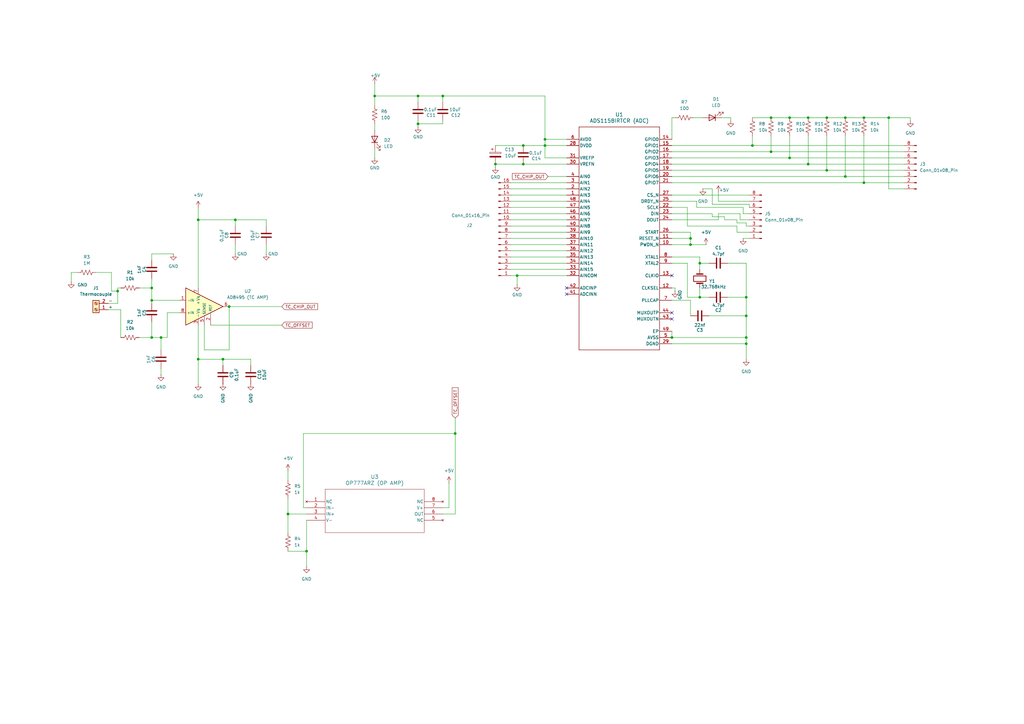
<source format=kicad_sch>
(kicad_sch (version 20250114) (generator "eeschema") (generator_version "9.0")
  (paper "A3")
  (lib_symbols
    (symbol "ADS1158:ADS1158IRTCR" (pin_names (offset 0.254))
      (property "Reference" "U" (at 0 2.54 0))
      (property "Value" "ADS1158IRTCR" (at 0 0 0))
      (symbol "ADS1158IRTCR_0_1"
        (polyline (pts (xy 5.08 5.08) (xy 5.08 -86.36)) (stroke (width 0.2032)))
        (polyline (pts (xy 5.08 -86.36) (xy 38.1 -86.36)) (stroke (width 0.2032)))
        (polyline (pts (xy 38.1 5.08) (xy 5.08 5.08)) (stroke (width 0.2032)))
        (polyline (pts (xy 38.1 -86.36) (xy 38.1 5.08)) (stroke (width 0.2032)))
        (pin power_in line (at 0 0 0) (length 5.08) (name "AVDD") (number "6"))
        (pin power_in line (at 0 -2.54 0) (length 5.08) (name "DVDD") (number "28"))
        (pin unspecified line (at 0 -7.62 0) (length 5.08) (name "VREFP") (number "31"))
        (pin unspecified line (at 0 -10.16 0) (length 5.08) (name "VREFN") (number "30"))
        (pin unspecified line (at 0 -15.24 0) (length 5.08) (name "AIN0") (number "4"))
        (pin unspecified line (at 0 -17.78 0) (length 5.08) (name "AIN1") (number "3"))
        (pin unspecified line (at 0 -20.32 0) (length 5.08) (name "AIN2") (number "2"))
        (pin unspecified line (at 0 -22.86 0) (length 5.08) (name "AIN3") (number "1"))
        (pin unspecified line (at 0 -25.4 0) (length 5.08) (name "AIN4") (number "48"))
        (pin unspecified line (at 0 -27.94 0) (length 5.08) (name "AIN5") (number "47"))
        (pin unspecified line (at 0 -30.48 0) (length 5.08) (name "AIN6") (number "46"))
        (pin unspecified line (at 0 -33.02 0) (length 5.08) (name "AIN7") (number "45"))
        (pin unspecified line (at 0 -35.56 0) (length 5.08) (name "AIN8") (number "40"))
        (pin unspecified line (at 0 -38.1 0) (length 5.08) (name "AIN9") (number "39"))
        (pin unspecified line (at 0 -40.64 0) (length 5.08) (name "AIN10") (number "38"))
        (pin unspecified line (at 0 -43.18 0) (length 5.08) (name "AIN11") (number "37"))
        (pin unspecified line (at 0 -45.72 0) (length 5.08) (name "AIN12") (number "36"))
        (pin unspecified line (at 0 -48.26 0) (length 5.08) (name "AIN13") (number "35"))
        (pin unspecified line (at 0 -50.8 0) (length 5.08) (name "AIN14") (number "34"))
        (pin unspecified line (at 0 -53.34 0) (length 5.08) (name "AIN15") (number "33"))
        (pin unspecified line (at 0 -55.88 0) (length 5.08) (name "AINCOM") (number "32"))
        (pin unspecified line (at 0 -60.96 0) (length 5.08) (name "ADCINP") (number "42"))
        (pin unspecified line (at 0 -63.5 0) (length 5.08) (name "ADCINN") (number "41"))
        (pin bidirectional line (at 43.18 0 180) (length 5.08) (name "GPIO0") (number "14"))
        (pin bidirectional line (at 43.18 -2.54 180) (length 5.08) (name "GPIO1") (number "15"))
        (pin bidirectional line (at 43.18 -5.08 180) (length 5.08) (name "GPIO2") (number "16"))
        (pin bidirectional line (at 43.18 -7.62 180) (length 5.08) (name "GPIO3") (number "17"))
        (pin bidirectional line (at 43.18 -10.16 180) (length 5.08) (name "GPIO4") (number "18"))
        (pin bidirectional line (at 43.18 -12.7 180) (length 5.08) (name "GPIO5") (number "19"))
        (pin bidirectional line (at 43.18 -15.24 180) (length 5.08) (name "GPIO6") (number "20"))
        (pin bidirectional line (at 43.18 -17.78 180) (length 5.08) (name "GPIO7") (number "21"))
        (pin input line (at 43.18 -22.86 180) (length 5.08) (name "CS_N") (number "27"))
        (pin output line (at 43.18 -25.4 180) (length 5.08) (name "DRDY_N") (number "25"))
        (pin input line (at 43.18 -27.94 180) (length 5.08) (name "SCLK") (number "22"))
        (pin input line (at 43.18 -30.48 180) (length 5.08) (name "DIN") (number "23"))
        (pin output line (at 43.18 -33.02 180) (length 5.08) (name "DOUT") (number "24"))
        (pin input line (at 43.18 -38.1 180) (length 5.08) (name "START") (number "26"))
        (pin input line (at 43.18 -40.64 180) (length 5.08) (name "RESET_N") (number "11"))
        (pin input line (at 43.18 -43.18 180) (length 5.08) (name "PWDN_N") (number "10"))
        (pin unspecified line (at 43.18 -48.26 180) (length 5.08) (name "XTAL1") (number "8"))
        (pin unspecified line (at 43.18 -50.8 180) (length 5.08) (name "XTAL2") (number "9"))
        (pin bidirectional line (at 43.18 -55.88 180) (length 5.08) (name "CLKIO") (number "13"))
        (pin input line (at 43.18 -60.96 180) (length 5.08) (name "CLKSEL") (number "12"))
        (pin unspecified line (at 43.18 -66.04 180) (length 5.08) (name "PLLCAP") (number "7"))
        (pin unspecified line (at 43.18 -71.12 180) (length 5.08) (name "MUXOUTP") (number "44"))
        (pin unspecified line (at 43.18 -73.66 180) (length 5.08) (name "MUXOUTN") (number "43"))
        (pin unspecified line (at 43.18 -78.74 180) (length 5.08) (name "EP") (number "49"))
        (pin power_in line (at 43.18 -81.28 180) (length 5.08) (name "AVSS") (number "5"))
        (pin power_in line (at 43.18 -83.82 180) (length 5.08) (name "DGND") (number "29"))
      )
    )
    (symbol "Connector:Conn_01x08_Pin" (pin_names (offset 1.016) (hide yes))
      (property "Reference" "J" (at 0 10.16 0))
      (property "Value" "Conn_01x08_Pin" (at 0 -12.7 0))
      (symbol "Conn_01x08_Pin_1_1"
        (rectangle (start 0.8636 7.747) (end 0 7.493) (stroke (width 0.1524)) (fill (type outline)))
        (rectangle (start 0.8636 5.207) (end 0 4.953) (stroke (width 0.1524)) (fill (type outline)))
        (rectangle (start 0.8636 2.667) (end 0 2.413) (stroke (width 0.1524)) (fill (type outline)))
        (rectangle (start 0.8636 0.127) (end 0 -0.127) (stroke (width 0.1524)) (fill (type outline)))
        (rectangle (start 0.8636 -2.413) (end 0 -2.667) (stroke (width 0.1524)) (fill (type outline)))
        (rectangle (start 0.8636 -4.953) (end 0 -5.207) (stroke (width 0.1524)) (fill (type outline)))
        (rectangle (start 0.8636 -7.493) (end 0 -7.747) (stroke (width 0.1524)) (fill (type outline)))
        (rectangle (start 0.8636 -10.033) (end 0 -10.287) (stroke (width 0.1524)) (fill (type outline)))
        (polyline (pts (xy 1.27 7.62) (xy 0.8636 7.62)) (stroke (width 0.1524)))
        (polyline (pts (xy 1.27 5.08) (xy 0.8636 5.08)) (stroke (width 0.1524)))
        (polyline (pts (xy 1.27 2.54) (xy 0.8636 2.54)) (stroke (width 0.1524)))
        (polyline (pts (xy 1.27 0) (xy 0.8636 0)) (stroke (width 0.1524)))
        (polyline (pts (xy 1.27 -2.54) (xy 0.8636 -2.54)) (stroke (width 0.1524)))
        (polyline (pts (xy 1.27 -5.08) (xy 0.8636 -5.08)) (stroke (width 0.1524)))
        (polyline (pts (xy 1.27 -7.62) (xy 0.8636 -7.62)) (stroke (width 0.1524)))
        (polyline (pts (xy 1.27 -10.16) (xy 0.8636 -10.16)) (stroke (width 0.1524)))
        (pin passive line (at 5.08 7.62 180) (length 3.81) (name "Pin_1") (number "1"))
        (pin passive line (at 5.08 5.08 180) (length 3.81) (name "Pin_2") (number "2"))
        (pin passive line (at 5.08 2.54 180) (length 3.81) (name "Pin_3") (number "3"))
        (pin passive line (at 5.08 0 180) (length 3.81) (name "Pin_4") (number "4"))
        (pin passive line (at 5.08 -2.54 180) (length 3.81) (name "Pin_5") (number "5"))
        (pin passive line (at 5.08 -5.08 180) (length 3.81) (name "Pin_6") (number "6"))
        (pin passive line (at 5.08 -7.62 180) (length 3.81) (name "Pin_7") (number "7"))
        (pin passive line (at 5.08 -10.16 180) (length 3.81) (name "Pin_8") (number "8"))
      )
    )
    (symbol "Connector:Conn_01x16_Pin" (pin_names (offset 1.016) (hide yes))
      (property "Reference" "J" (at 0 20.32 0))
      (property "Value" "Conn_01x16_Pin" (at 0 -22.86 0))
      (symbol "Conn_01x16_Pin_1_1"
        (rectangle (start 0.8636 17.907) (end 0 17.653) (stroke (width 0.1524)) (fill (type outline)))
        (rectangle (start 0.8636 15.367) (end 0 15.113) (stroke (width 0.1524)) (fill (type outline)))
        (rectangle (start 0.8636 12.827) (end 0 12.573) (stroke (width 0.1524)) (fill (type outline)))
        (rectangle (start 0.8636 10.287) (end 0 10.033) (stroke (width 0.1524)) (fill (type outline)))
        (rectangle (start 0.8636 7.747) (end 0 7.493) (stroke (width 0.1524)) (fill (type outline)))
        (rectangle (start 0.8636 5.207) (end 0 4.953) (stroke (width 0.1524)) (fill (type outline)))
        (rectangle (start 0.8636 2.667) (end 0 2.413) (stroke (width 0.1524)) (fill (type outline)))
        (rectangle (start 0.8636 0.127) (end 0 -0.127) (stroke (width 0.1524)) (fill (type outline)))
        (rectangle (start 0.8636 -2.413) (end 0 -2.667) (stroke (width 0.1524)) (fill (type outline)))
        (rectangle (start 0.8636 -4.953) (end 0 -5.207) (stroke (width 0.1524)) (fill (type outline)))
        (rectangle (start 0.8636 -7.493) (end 0 -7.747) (stroke (width 0.1524)) (fill (type outline)))
        (rectangle (start 0.8636 -10.033) (end 0 -10.287) (stroke (width 0.1524)) (fill (type outline)))
        (rectangle (start 0.8636 -12.573) (end 0 -12.827) (stroke (width 0.1524)) (fill (type outline)))
        (rectangle (start 0.8636 -15.113) (end 0 -15.367) (stroke (width 0.1524)) (fill (type outline)))
        (rectangle (start 0.8636 -17.653) (end 0 -17.907) (stroke (width 0.1524)) (fill (type outline)))
        (rectangle (start 0.8636 -20.193) (end 0 -20.447) (stroke (width 0.1524)) (fill (type outline)))
        (polyline (pts (xy 1.27 17.78) (xy 0.8636 17.78)) (stroke (width 0.1524)))
        (polyline (pts (xy 1.27 15.24) (xy 0.8636 15.24)) (stroke (width 0.1524)))
        (polyline (pts (xy 1.27 12.7) (xy 0.8636 12.7)) (stroke (width 0.1524)))
        (polyline (pts (xy 1.27 10.16) (xy 0.8636 10.16)) (stroke (width 0.1524)))
        (polyline (pts (xy 1.27 7.62) (xy 0.8636 7.62)) (stroke (width 0.1524)))
        (polyline (pts (xy 1.27 5.08) (xy 0.8636 5.08)) (stroke (width 0.1524)))
        (polyline (pts (xy 1.27 2.54) (xy 0.8636 2.54)) (stroke (width 0.1524)))
        (polyline (pts (xy 1.27 0) (xy 0.8636 0)) (stroke (width 0.1524)))
        (polyline (pts (xy 1.27 -2.54) (xy 0.8636 -2.54)) (stroke (width 0.1524)))
        (polyline (pts (xy 1.27 -5.08) (xy 0.8636 -5.08)) (stroke (width 0.1524)))
        (polyline (pts (xy 1.27 -7.62) (xy 0.8636 -7.62)) (stroke (width 0.1524)))
        (polyline (pts (xy 1.27 -10.16) (xy 0.8636 -10.16)) (stroke (width 0.1524)))
        (polyline (pts (xy 1.27 -12.7) (xy 0.8636 -12.7)) (stroke (width 0.1524)))
        (polyline (pts (xy 1.27 -15.24) (xy 0.8636 -15.24)) (stroke (width 0.1524)))
        (polyline (pts (xy 1.27 -17.78) (xy 0.8636 -17.78)) (stroke (width 0.1524)))
        (polyline (pts (xy 1.27 -20.32) (xy 0.8636 -20.32)) (stroke (width 0.1524)))
        (pin passive line (at 5.08 17.78 180) (length 3.81) (name "Pin_1") (number "1"))
        (pin passive line (at 5.08 15.24 180) (length 3.81) (name "Pin_2") (number "2"))
        (pin passive line (at 5.08 12.7 180) (length 3.81) (name "Pin_3") (number "3"))
        (pin passive line (at 5.08 10.16 180) (length 3.81) (name "Pin_4") (number "4"))
        (pin passive line (at 5.08 7.62 180) (length 3.81) (name "Pin_5") (number "5"))
        (pin passive line (at 5.08 5.08 180) (length 3.81) (name "Pin_6") (number "6"))
        (pin passive line (at 5.08 2.54 180) (length 3.81) (name "Pin_7") (number "7"))
        (pin passive line (at 5.08 0 180) (length 3.81) (name "Pin_8") (number "8"))
        (pin passive line (at 5.08 -2.54 180) (length 3.81) (name "Pin_9") (number "9"))
        (pin passive line (at 5.08 -5.08 180) (length 3.81) (name "Pin_10") (number "10"))
        (pin passive line (at 5.08 -7.62 180) (length 3.81) (name "Pin_11") (number "11"))
        (pin passive line (at 5.08 -10.16 180) (length 3.81) (name "Pin_12") (number "12"))
        (pin passive line (at 5.08 -12.7 180) (length 3.81) (name "Pin_13") (number "13"))
        (pin passive line (at 5.08 -15.24 180) (length 3.81) (name "Pin_14") (number "14"))
        (pin passive line (at 5.08 -17.78 180) (length 3.81) (name "Pin_15") (number "15"))
        (pin passive line (at 5.08 -20.32 180) (length 3.81) (name "Pin_16") (number "16"))
      )
    )
    (symbol "Connector:Screw_Terminal_01x02" (pin_names (offset 1.016) (hide yes))
      (property "Reference" "J" (at 0 2.54 0))
      (property "Value" "Screw_Terminal_01x02" (at 0 -5.08 0))
      (symbol "Screw_Terminal_01x02_1_1"
        (rectangle (start -1.27 1.27) (end 1.27 -3.81) (stroke (width 0.254)) (fill (type background)))
        (polyline (pts (xy -0.5334 0.3302) (xy 0.3302 -0.508)) (stroke (width 0.1524)))
        (polyline (pts (xy -0.5334 -2.2098) (xy 0.3302 -3.048)) (stroke (width 0.1524)))
        (polyline (pts (xy -0.3556 0.508) (xy 0.508 -0.3302)) (stroke (width 0.1524)))
        (polyline (pts (xy -0.3556 -2.032) (xy 0.508 -2.8702)) (stroke (width 0.1524)))
        (circle (center 0 0) (radius 0.635) (stroke (width 0.1524)))
        (circle (center 0 -2.54) (radius 0.635) (stroke (width 0.1524)))
        (pin passive line (at -5.08 0 0) (length 3.81) (name "Pin_1") (number "1"))
        (pin passive line (at -5.08 -2.54 0) (length 3.81) (name "Pin_2") (number "2"))
      )
    )
    (symbol "Device:C" (pin_numbers (hide yes)) (pin_names (offset 0.254))
      (property "Reference" "C" (at 0.635 2.54 0))
      (property "Value" "C" (at 0.635 -2.54 0))
      (symbol "C_0_1"
        (polyline (pts (xy -2.032 0.762) (xy 2.032 0.762)) (stroke (width 0.508)))
        (polyline (pts (xy -2.032 -0.762) (xy 2.032 -0.762)) (stroke (width 0.508)))
      )
      (symbol "C_1_1"
        (pin passive line (at 0 3.81 270) (length 2.794) (name "~") (number "1"))
        (pin passive line (at 0 -3.81 90) (length 2.794) (name "~") (number "2"))
      )
    )
    (symbol "Device:C_Polarized" (pin_numbers (hide yes)) (pin_names (offset 0.254))
      (property "Reference" "C" (at 0.635 2.54 0))
      (property "Value" "C_Polarized" (at 0.635 -2.54 0))
      (symbol "C_Polarized_0_1"
        (rectangle (start -2.286 0.508) (end 2.286 1.016))
        (polyline (pts (xy -1.778 2.286) (xy -0.762 2.286)))
        (polyline (pts (xy -1.27 2.794) (xy -1.27 1.778)))
        (rectangle (start 2.286 -0.508) (end -2.286 -1.016) (fill (type outline)))
      )
      (symbol "C_Polarized_1_1"
        (pin passive line (at 0 3.81 270) (length 2.794) (name "~") (number "1"))
        (pin passive line (at 0 -3.81 90) (length 2.794) (name "~") (number "2"))
      )
    )
    (symbol "Device:Crystal" (pin_numbers (hide yes)) (pin_names (offset 1.016) (hide yes))
      (property "Reference" "Y" (at 0 3.81 0))
      (property "Value" "Crystal" (at 0 -3.81 0))
      (symbol "Crystal_0_1"
        (polyline (pts (xy -2.54 0) (xy -1.905 0)))
        (polyline (pts (xy -1.905 -1.27) (xy -1.905 1.27)) (stroke (width 0.508)))
        (rectangle (start -1.143 2.54) (end 1.143 -2.54) (stroke (width 0.3048)))
        (polyline (pts (xy 1.905 -1.27) (xy 1.905 1.27)) (stroke (width 0.508)))
        (polyline (pts (xy 2.54 0) (xy 1.905 0)))
      )
      (symbol "Crystal_1_1"
        (pin passive line (at -3.81 0 0) (length 1.27) (name "1") (number "1"))
        (pin passive line (at 3.81 0 180) (length 1.27) (name "2") (number "2"))
      )
    )
    (symbol "Device:LED" (pin_numbers (hide yes)) (pin_names (offset 1.016) (hide yes))
      (property "Reference" "D" (at 0 2.54 0))
      (property "Value" "LED" (at 0 -2.54 0))
      (symbol "LED_0_1"
        (polyline (pts (xy -3.048 -0.762) (xy -4.572 -2.286) (xy -3.81 -2.286) (xy -4.572 -2.286) (xy -4.572 -1.524)))
        (polyline (pts (xy -1.778 -0.762) (xy -3.302 -2.286) (xy -2.54 -2.286) (xy -3.302 -2.286) (xy -3.302 -1.524)))
        (polyline (pts (xy -1.27 0) (xy 1.27 0)))
        (polyline (pts (xy -1.27 -1.27) (xy -1.27 1.27)) (stroke (width 0.254)))
        (polyline (pts (xy 1.27 -1.27) (xy 1.27 1.27) (xy -1.27 0) (xy 1.27 -1.27)) (stroke (width 0.254)))
      )
      (symbol "LED_1_1"
        (pin passive line (at -3.81 0 0) (length 2.54) (name "K") (number "1"))
        (pin passive line (at 3.81 0 180) (length 2.54) (name "A") (number "2"))
      )
    )
    (symbol "Device:R_US" (pin_numbers (hide yes)) (pin_names (offset 0))
      (property "Reference" "R" (at 2.54 0 90))
      (property "Value" "R_US" (at -2.54 0 90))
      (symbol "R_US_0_1"
        (polyline (pts (xy 0 2.286) (xy 0 2.54)))
        (polyline (pts (xy 0 2.286) (xy 1.016 1.905) (xy 0 1.524) (xy -1.016 1.143) (xy 0 0.762)))
        (polyline (pts (xy 0 0.762) (xy 1.016 0.381) (xy 0 0) (xy -1.016 -0.381) (xy 0 -0.762)))
        (polyline (pts (xy 0 -0.762) (xy 1.016 -1.143) (xy 0 -1.524) (xy -1.016 -1.905) (xy 0 -2.286)))
        (polyline (pts (xy 0 -2.286) (xy 0 -2.54)))
      )
      (symbol "R_US_1_1"
        (pin passive line (at 0 3.81 270) (length 1.27) (name "~") (number "1"))
        (pin passive line (at 0 -3.81 90) (length 1.27) (name "~") (number "2"))
      )
    )
    (symbol "OP777:OP777ARZ" (pin_names (offset 0.254))
      (property "Reference" "U" (at 27.94 10.16 0))
      (property "Value" "OP777ARZ" (at 27.94 7.62 0))
      (symbol "OP777ARZ_0_1"
        (polyline (pts (xy 7.62 5.08) (xy 7.62 -12.7)) (stroke (width 0.127)))
        (polyline (pts (xy 7.62 -12.7) (xy 48.26 -12.7)) (stroke (width 0.127)))
        (polyline (pts (xy 48.26 5.08) (xy 7.62 5.08)) (stroke (width 0.127)))
        (polyline (pts (xy 48.26 -12.7) (xy 48.26 5.08)) (stroke (width 0.127)))
        (pin no_connect line (at 0 0 0) (length 7.62) (name "NC") (number "1"))
        (pin input line (at 0 -2.54 0) (length 7.62) (name "IN-") (number "2"))
        (pin input line (at 0 -5.08 0) (length 7.62) (name "IN+") (number "3"))
        (pin power_in line (at 0 -7.62 0) (length 7.62) (name "V-") (number "4"))
        (pin no_connect line (at 55.88 0 180) (length 7.62) (name "NC") (number "8"))
        (pin power_in line (at 55.88 -2.54 180) (length 7.62) (name "V+") (number "7"))
        (pin output line (at 55.88 -5.08 180) (length 7.62) (name "OUT") (number "6"))
        (pin no_connect line (at 55.88 -7.62 180) (length 7.62) (name "NC") (number "5"))
      )
    )
    (symbol "Sensor_Temperature:AD8495"
      (property "Reference" "U" (at 5.08 3.81 0))
      (property "Value" "AD8495" (at 8.89 -3.81 0))
      (symbol "AD8495_0_1"
        (polyline (pts (xy -7.62 7.62) (xy 7.62 0) (xy -7.62 -7.62) (xy -7.62 7.62)) (stroke (width 0.254)) (fill (type background)))
      )
      (symbol "AD8495_1_1"
        (pin input line (at -10.16 2.54 0) (length 2.54) (name "-IN") (number "1"))
        (pin input line (at -10.16 -2.54 0) (length 2.54) (name "+IN") (number "8"))
        (pin no_connect line (at -5.08 0 180) (length 2.54) (hide yes) (name "NC") (number "4"))
        (pin power_in line (at -2.54 7.62 270) (length 2.54) (name "+Vs") (number "7"))
        (pin power_in line (at -2.54 -7.62 90) (length 2.54) (name "-Vs") (number "3"))
        (pin passive line (at 0 -7.62 90) (length 3.81) (name "SENSE") (number "5"))
        (pin input line (at 2.54 -7.62 90) (length 5.08) (name "REF") (number "2"))
        (pin output line (at 10.16 0 180) (length 2.54) (name "~") (number "6"))
      )
    )
    (symbol "power:+5V" (power) (pin_numbers (hide yes)) (pin_names (offset 0) (hide yes))
      (property "Value" "+5V" (at 0 3.556 0))
      (symbol "+5V_0_1"
        (polyline (pts (xy -0.762 1.27) (xy 0 2.54)))
        (polyline (pts (xy 0 2.54) (xy 0.762 1.27)))
        (polyline (pts (xy 0 0) (xy 0 2.54)))
      )
      (symbol "+5V_1_1"
        (pin power_in line (at 0 0 90) (length 0) (name "~") (number "1"))
      )
    )
    (symbol "power:GND" (power) (pin_numbers (hide yes)) (pin_names (offset 0) (hide yes))
      (property "Value" "GND" (at 0 -3.81 0))
      (symbol "GND_0_1"
        (polyline (pts (xy 0 0) (xy 0 -1.27) (xy 1.27 -1.27) (xy 0 -2.54) (xy -1.27 -1.27) (xy 0 -1.27)))
      )
      (symbol "GND_1_1"
        (pin power_in line (at 0 0 270) (length 0) (name "~") (number "1"))
      )
    )
  )
  (junction (at 283.21 100.33))
  (junction (at 331.47 67.31))
  (junction (at 275.59 138.43))
  (junction (at 308.61 59.69))
  (junction (at 62.23 118.11))
  (junction (at 214.63 59.69))
  (junction (at 181.61 39.37))
  (junction (at 93.98 125.73))
  (junction (at 331.47 48.26))
  (junction (at 66.04 138.43))
  (junction (at 306.07 121.92))
  (junction (at 214.63 67.31))
  (junction (at 316.23 48.26))
  (junction (at 339.09 69.85))
  (junction (at 364.49 48.26))
  (junction (at 48.26 119.38))
  (junction (at 223.52 57.15))
  (junction (at 316.23 62.23))
  (junction (at 354.33 48.26))
  (junction (at 346.71 48.26))
  (junction (at 223.52 59.69))
  (junction (at 283.21 97.79))
  (junction (at 186.69 177.8))
  (junction (at 62.23 138.43))
  (junction (at 287.02 107.95))
  (junction (at 346.71 72.39))
  (junction (at 339.09 48.26))
  (junction (at 81.28 90.17))
  (junction (at 153.67 39.37))
  (junction (at 81.28 147.32))
  (junction (at 323.85 48.26))
  (junction (at 203.2 67.31))
  (junction (at 306.07 129.54))
  (junction (at 212.09 113.03))
  (junction (at 91.44 147.32))
  (junction (at 306.07 140.97))
  (junction (at 323.85 64.77))
  (junction (at 62.23 123.19))
  (junction (at 171.45 39.37))
  (junction (at 171.45 50.8))
  (junction (at 354.33 74.93))
  (junction (at 96.52 90.17))
  (junction (at 306.07 138.43))
  (junction (at 118.11 210.82))
  (junction (at 287.02 121.92))
  (junction (at 125.73 226.06))
  (no_connect (at 232.41 120.65))
  (no_connect (at 275.59 113.03))
  (no_connect (at 275.59 128.27))
  (no_connect (at 232.41 118.11))
  (no_connect (at 275.59 130.81))
  (wire (pts (xy 186.69 171.45) (xy 186.69 177.8)))
  (wire (pts (xy 294.64 87.63) (xy 303.53 87.63)))
  (wire (pts (xy 275.59 80.01) (xy 307.34 80.01)))
  (wire (pts (xy 209.55 90.17) (xy 232.41 90.17)))
  (wire (pts (xy 281.94 121.92) (xy 281.94 107.95)))
  (wire (pts (xy 283.21 123.19) (xy 283.21 129.54)))
  (wire (pts (xy 275.59 59.69) (xy 308.61 59.69)))
  (wire (pts (xy 212.09 113.03) (xy 212.09 116.84)))
  (wire (pts (xy 306.07 129.54) (xy 306.07 138.43)))
  (wire (pts (xy 209.55 105.41) (xy 232.41 105.41)))
  (wire (pts (xy 287.02 110.49) (xy 287.02 107.95)))
  (wire (pts (xy 275.59 74.93) (xy 354.33 74.93)))
  (wire (pts (xy 45.72 119.38) (xy 45.72 111.76)))
  (wire (pts (xy 373.38 48.26) (xy 373.38 49.53)))
  (wire (pts (xy 287.02 107.95) (xy 287.02 105.41)))
  (wire (pts (xy 181.61 49.53) (xy 181.61 50.8)))
  (wire (pts (xy 323.85 64.77) (xy 370.84 64.77)))
  (wire (pts (xy 331.47 48.26) (xy 339.09 48.26)))
  (wire (pts (xy 102.87 147.32) (xy 102.87 149.86)))
  (wire (pts (xy 294.64 82.55) (xy 307.34 82.55)))
  (wire (pts (xy 81.28 90.17) (xy 96.52 90.17)))
  (wire (pts (xy 306.07 91.44) (xy 306.07 92.71)))
  (wire (pts (xy 81.28 147.32) (xy 81.28 157.48)))
  (wire (pts (xy 306.07 92.71) (xy 307.34 92.71)))
  (wire (pts (xy 275.59 138.43) (xy 306.07 138.43)))
  (wire (pts (xy 292.1 88.9) (xy 292.1 87.63)))
  (wire (pts (xy 223.52 59.69) (xy 223.52 57.15)))
  (wire (pts (xy 302.26 90.17) (xy 297.18 90.17)))
  (wire (pts (xy 292.1 87.63) (xy 275.59 87.63)))
  (wire (pts (xy 209.55 102.87) (xy 232.41 102.87)))
  (wire (pts (xy 186.69 177.8) (xy 186.69 210.82)))
  (wire (pts (xy 48.26 124.46) (xy 44.45 124.46)))
  (wire (pts (xy 118.11 218.44) (xy 118.11 210.82)))
  (wire (pts (xy 48.26 119.38) (xy 45.72 119.38)))
  (wire (pts (xy 209.55 97.79) (xy 232.41 97.79)))
  (wire (pts (xy 306.07 147.32) (xy 306.07 140.97)))
  (wire (pts (xy 153.67 53.34) (xy 153.67 50.8)))
  (wire (pts (xy 303.53 90.17) (xy 307.34 90.17)))
  (wire (pts (xy 302.26 90.17) (xy 302.26 91.44)))
  (wire (pts (xy 203.2 67.31) (xy 214.63 67.31)))
  (wire (pts (xy 306.07 121.92) (xy 306.07 129.54)))
  (wire (pts (xy 281.94 92.71) (xy 302.26 92.71)))
  (wire (pts (xy 275.59 90.17) (xy 294.64 90.17)))
  (wire (pts (xy 275.59 95.25) (xy 283.21 95.25)))
  (wire (pts (xy 303.53 87.63) (xy 303.53 90.17)))
  (wire (pts (xy 308.61 55.88) (xy 308.61 59.69)))
  (wire (pts (xy 287.02 121.92) (xy 281.94 121.92)))
  (wire (pts (xy 287.02 107.95) (xy 290.83 107.95)))
  (wire (pts (xy 297.18 88.9) (xy 292.1 88.9)))
  (wire (pts (xy 306.07 140.97) (xy 275.59 140.97)))
  (wire (pts (xy 81.28 133.35) (xy 81.28 147.32)))
  (wire (pts (xy 62.23 132.08) (xy 62.23 138.43)))
  (wire (pts (xy 223.52 39.37) (xy 223.52 57.15)))
  (wire (pts (xy 125.73 232.41) (xy 125.73 226.06)))
  (wire (pts (xy 29.21 115.57) (xy 29.21 111.76)))
  (wire (pts (xy 275.59 64.77) (xy 323.85 64.77)))
  (wire (pts (xy 68.58 128.27) (xy 73.66 128.27)))
  (wire (pts (xy 308.61 59.69) (xy 370.84 59.69)))
  (wire (pts (xy 57.15 118.11) (xy 62.23 118.11)))
  (wire (pts (xy 171.45 39.37) (xy 171.45 41.91)))
  (wire (pts (xy 297.18 90.17) (xy 297.18 88.9)))
  (wire (pts (xy 298.45 121.92) (xy 306.07 121.92)))
  (wire (pts (xy 96.52 90.17) (xy 96.52 92.71)))
  (wire (pts (xy 275.59 48.26) (xy 276.86 48.26)))
  (wire (pts (xy 209.55 100.33) (xy 232.41 100.33)))
  (wire (pts (xy 302.26 91.44) (xy 306.07 91.44)))
  (wire (pts (xy 283.21 97.79) (xy 283.21 100.33)))
  (wire (pts (xy 96.52 90.17) (xy 109.22 90.17)))
  (wire (pts (xy 283.21 95.25) (xy 283.21 97.79)))
  (wire (pts (xy 81.28 147.32) (xy 91.44 147.32)))
  (wire (pts (xy 275.59 69.85) (xy 339.09 69.85)))
  (wire (pts (xy 290.83 121.92) (xy 287.02 121.92)))
  (wire (pts (xy 124.46 208.28) (xy 124.46 177.8)))
  (wire (pts (xy 275.59 57.15) (xy 275.59 48.26)))
  (wire (pts (xy 181.61 39.37) (xy 223.52 39.37)))
  (wire (pts (xy 304.8 85.09) (xy 304.8 87.63)))
  (wire (pts (xy 209.55 107.95) (xy 232.41 107.95)))
  (wire (pts (xy 109.22 100.33) (xy 109.22 104.14)))
  (wire (pts (xy 283.21 100.33) (xy 289.56 100.33)))
  (wire (pts (xy 275.59 82.55) (xy 285.75 82.55)))
  (wire (pts (xy 214.63 67.31) (xy 232.41 67.31)))
  (wire (pts (xy 275.59 72.39) (xy 346.71 72.39)))
  (wire (pts (xy 281.94 107.95) (xy 275.59 107.95)))
  (wire (pts (xy 224.79 72.39) (xy 232.41 72.39)))
  (wire (pts (xy 364.49 48.26) (xy 364.49 77.47)))
  (wire (pts (xy 62.23 114.3) (xy 62.23 118.11)))
  (wire (pts (xy 275.59 100.33) (xy 283.21 100.33)))
  (wire (pts (xy 62.23 138.43) (xy 66.04 138.43)))
  (wire (pts (xy 209.55 92.71) (xy 232.41 92.71)))
  (wire (pts (xy 290.83 129.54) (xy 306.07 129.54)))
  (wire (pts (xy 66.04 138.43) (xy 66.04 143.51)))
  (wire (pts (xy 302.26 92.71) (xy 302.26 95.25)))
  (wire (pts (xy 284.48 48.26) (xy 288.29 48.26)))
  (wire (pts (xy 308.61 48.26) (xy 316.23 48.26)))
  (wire (pts (xy 298.45 107.95) (xy 306.07 107.95)))
  (wire (pts (xy 299.72 48.26) (xy 295.91 48.26)))
  (wire (pts (xy 288.29 77.47) (xy 292.1 77.47)))
  (wire (pts (xy 287.02 121.92) (xy 287.02 118.11)))
  (wire (pts (xy 153.67 34.29) (xy 153.67 39.37)))
  (wire (pts (xy 292.1 83.82) (xy 292.1 77.47)))
  (wire (pts (xy 209.55 77.47) (xy 232.41 77.47)))
  (wire (pts (xy 285.75 82.55) (xy 285.75 85.09)))
  (wire (pts (xy 171.45 39.37) (xy 181.61 39.37)))
  (wire (pts (xy 346.71 55.88) (xy 346.71 72.39)))
  (wire (pts (xy 203.2 59.69) (xy 214.63 59.69)))
  (wire (pts (xy 44.45 127) (xy 49.53 127)))
  (wire (pts (xy 48.26 119.38) (xy 48.26 124.46)))
  (wire (pts (xy 316.23 48.26) (xy 323.85 48.26)))
  (wire (pts (xy 302.26 95.25) (xy 307.34 95.25)))
  (wire (pts (xy 125.73 213.36) (xy 125.73 226.06)))
  (wire (pts (xy 68.58 138.43) (xy 68.58 128.27)))
  (wire (pts (xy 364.49 48.26) (xy 373.38 48.26)))
  (wire (pts (xy 346.71 48.26) (xy 354.33 48.26)))
  (wire (pts (xy 354.33 55.88) (xy 354.33 74.93)))
  (wire (pts (xy 331.47 55.88) (xy 331.47 67.31)))
  (wire (pts (xy 153.67 60.96) (xy 153.67 64.77)))
  (wire (pts (xy 370.84 77.47) (xy 364.49 77.47)))
  (wire (pts (xy 275.59 97.79) (xy 283.21 97.79)))
  (wire (pts (xy 209.55 87.63) (xy 232.41 87.63)))
  (wire (pts (xy 354.33 48.26) (xy 364.49 48.26)))
  (wire (pts (xy 118.11 204.47) (xy 118.11 210.82)))
  (wire (pts (xy 62.23 123.19) (xy 62.23 124.46)))
  (wire (pts (xy 153.67 39.37) (xy 153.67 43.18)))
  (wire (pts (xy 275.59 85.09) (xy 281.94 85.09)))
  (wire (pts (xy 276.86 118.11) (xy 275.59 118.11)))
  (wire (pts (xy 184.15 198.12) (xy 184.15 208.28)))
  (wire (pts (xy 299.72 49.53) (xy 299.72 48.26)))
  (wire (pts (xy 171.45 50.8) (xy 171.45 52.07)))
  (wire (pts (xy 181.61 210.82) (xy 186.69 210.82)))
  (wire (pts (xy 316.23 55.88) (xy 316.23 62.23)))
  (wire (pts (xy 62.23 104.14) (xy 62.23 106.68)))
  (wire (pts (xy 29.21 111.76) (xy 31.75 111.76)))
  (wire (pts (xy 306.07 138.43) (xy 306.07 140.97)))
  (wire (pts (xy 354.33 74.93) (xy 370.84 74.93)))
  (wire (pts (xy 124.46 177.8) (xy 186.69 177.8)))
  (wire (pts (xy 304.8 87.63) (xy 307.34 87.63)))
  (wire (pts (xy 93.98 125.73) (xy 115.57 125.73)))
  (wire (pts (xy 339.09 55.88) (xy 339.09 69.85)))
  (wire (pts (xy 232.41 59.69) (xy 223.52 59.69)))
  (wire (pts (xy 339.09 48.26) (xy 346.71 48.26)))
  (wire (pts (xy 49.53 127) (xy 49.53 138.43)))
  (wire (pts (xy 294.64 90.17) (xy 294.64 87.63)))
  (wire (pts (xy 209.55 82.55) (xy 232.41 82.55)))
  (wire (pts (xy 209.55 113.03) (xy 212.09 113.03)))
  (wire (pts (xy 212.09 113.03) (xy 232.41 113.03)))
  (wire (pts (xy 209.55 74.93) (xy 232.41 74.93)))
  (wire (pts (xy 81.28 90.17) (xy 81.28 118.11)))
  (wire (pts (xy 275.59 67.31) (xy 331.47 67.31)))
  (wire (pts (xy 307.34 85.09) (xy 307.34 83.82)))
  (wire (pts (xy 118.11 210.82) (xy 125.73 210.82)))
  (wire (pts (xy 209.55 95.25) (xy 232.41 95.25)))
  (wire (pts (xy 91.44 147.32) (xy 91.44 149.86)))
  (wire (pts (xy 331.47 67.31) (xy 370.84 67.31)))
  (wire (pts (xy 275.59 62.23) (xy 316.23 62.23)))
  (wire (pts (xy 214.63 59.69) (xy 223.52 59.69)))
  (wire (pts (xy 294.64 78.74) (xy 294.64 82.55)))
  (wire (pts (xy 306.07 121.92) (xy 306.07 107.95)))
  (wire (pts (xy 316.23 62.23) (xy 370.84 62.23)))
  (wire (pts (xy 203.2 67.31) (xy 203.2 68.58)))
  (wire (pts (xy 48.26 118.11) (xy 48.26 119.38)))
  (wire (pts (xy 48.26 118.11) (xy 49.53 118.11)))
  (wire (pts (xy 81.28 85.09) (xy 81.28 90.17)))
  (wire (pts (xy 339.09 69.85) (xy 370.84 69.85)))
  (wire (pts (xy 71.12 104.14) (xy 62.23 104.14)))
  (wire (pts (xy 118.11 226.06) (xy 125.73 226.06)))
  (wire (pts (xy 307.34 83.82) (xy 292.1 83.82)))
  (wire (pts (xy 83.82 143.51) (xy 93.98 143.51)))
  (wire (pts (xy 209.55 80.01) (xy 232.41 80.01)))
  (wire (pts (xy 281.94 85.09) (xy 281.94 92.71)))
  (wire (pts (xy 45.72 111.76) (xy 39.37 111.76)))
  (wire (pts (xy 181.61 39.37) (xy 181.61 41.91)))
  (wire (pts (xy 83.82 133.35) (xy 83.82 143.51)))
  (wire (pts (xy 304.8 97.79) (xy 307.34 97.79)))
  (wire (pts (xy 86.36 133.35) (xy 115.57 133.35)))
  (wire (pts (xy 118.11 193.04) (xy 118.11 196.85)))
  (wire (pts (xy 276.86 119.38) (xy 276.86 118.11)))
  (wire (pts (xy 275.59 135.89) (xy 275.59 138.43)))
  (wire (pts (xy 223.52 64.77) (xy 223.52 59.69)))
  (wire (pts (xy 125.73 208.28) (xy 124.46 208.28)))
  (wire (pts (xy 109.22 90.17) (xy 109.22 92.71)))
  (wire (pts (xy 346.71 72.39) (xy 370.84 72.39)))
  (wire (pts (xy 323.85 55.88) (xy 323.85 64.77)))
  (wire (pts (xy 181.61 208.28) (xy 184.15 208.28)))
  (wire (pts (xy 66.04 151.13) (xy 66.04 153.67)))
  (wire (pts (xy 96.52 100.33) (xy 96.52 104.14)))
  (wire (pts (xy 181.61 50.8) (xy 171.45 50.8)))
  (wire (pts (xy 223.52 57.15) (xy 232.41 57.15)))
  (wire (pts (xy 91.44 147.32) (xy 102.87 147.32)))
  (wire (pts (xy 323.85 48.26) (xy 331.47 48.26)))
  (wire (pts (xy 287.02 105.41) (xy 275.59 105.41)))
  (wire (pts (xy 285.75 85.09) (xy 304.8 85.09)))
  (wire (pts (xy 93.98 125.73) (xy 93.98 143.51)))
  (wire (pts (xy 232.41 64.77) (xy 223.52 64.77)))
  (wire (pts (xy 66.04 138.43) (xy 68.58 138.43)))
  (wire (pts (xy 209.55 85.09) (xy 232.41 85.09)))
  (wire (pts (xy 57.15 138.43) (xy 62.23 138.43)))
  (wire (pts (xy 171.45 49.53) (xy 171.45 50.8)))
  (wire (pts (xy 62.23 123.19) (xy 73.66 123.19)))
  (wire (pts (xy 275.59 123.19) (xy 283.21 123.19)))
  (wire (pts (xy 153.67 39.37) (xy 171.45 39.37)))
  (wire (pts (xy 209.55 110.49) (xy 232.41 110.49)))
  (wire (pts (xy 62.23 118.11) (xy 62.23 123.19)))
  (label "+" (at 44.45 127 0))
  (label "-" (at 44.45 124.46 0))
  (global_label "TC_CHIP_OUT" (shape input) (at 224.79 72.39 180) (property "Intersheetrefs" "${INTERSHEET_REFS}" (effects (hide yes))))
  (global_label "TC_OFFSET" (shape input) (at 115.57 133.35 0) (property "Intersheetrefs" "${INTERSHEET_REFS}" (effects (hide yes))))
  (global_label "TC_CHIP_OUT" (shape input) (at 115.57 125.73 0) (property "Intersheetrefs" "${INTERSHEET_REFS}" (effects (hide yes))))
  (global_label "TC_OFFSET" (shape input) (at 186.69 171.45 90) (property "Intersheetrefs" "${INTERSHEET_REFS}" (effects (hide yes))))
  (symbol (lib_id "Device:R_US") (at 118.11 200.66 0) (unit 1)
    (property "Reference" "R5" (at 120.65 199.3899 0) (effects (justify left)))
    (property "Value" "1k" (at 120.65 201.9299 0) (effects (justify left)))
    (property "Footprint" "Resistor_SMD:R_0201_0603Metric" (effects (hide yes)))
    (property "Description" "Resistor, US symbol" (effects (hide yes)))
  )
  (symbol (lib_id "power:GND") (at 66.04 153.67 0) (unit 1)
    (property "Reference" "#PWR07" (effects (hide yes)))
    (property "Value" "GND" (at 66.04 158.75 0))
    (property "Description" "Power symbol creates a global label with name \"GND\" , ground" (effects (hide yes)))
  )
  (symbol (lib_id "Device:C") (at 109.22 96.52 0) (unit 1)
    (property "Reference" "C7" (at 105.664 96.52 90))
    (property "Value" "10uF" (at 103.632 96.52 90))
    (property "Footprint" "Capacitor_SMD:C_0603_1608Metric" (effects (hide yes)))
    (property "Description" "Unpolarized capacitor" (effects (hide yes)))
  )
  (symbol (lib_id "Device:C") (at 287.02 129.54 270) (unit 1)
    (property "Reference" "C3" (at 287.02 135.382 90))
    (property "Value" "22nf" (at 287.02 133.35 90))
    (property "Footprint" "Capacitor_SMD:C_0603_1608Metric" (effects (hide yes)))
    (property "Description" "Unpolarized capacitor" (effects (hide yes)))
  )
  (symbol (lib_id "Device:C") (at 171.45 45.72 0) (unit 1)
    (property "Reference" "C11" (at 176.784 47.244 0))
    (property "Value" "0.1uF" (at 176.53 44.958 0))
    (property "Footprint" "Capacitor_SMD:C_0603_1608Metric" (effects (hide yes)))
    (property "Description" "Unpolarized capacitor" (effects (hide yes)))
  )
  (symbol (lib_id "power:GND") (at 373.38 49.53 0) (unit 1)
    (property "Reference" "#PWR019" (effects (hide yes)))
    (property "Value" "GND" (at 373.38 54.61 0))
    (property "Description" "Power symbol creates a global label with name \"GND\" , ground" (effects (hide yes)))
  )
  (symbol (lib_id "power:+5V") (at 81.28 85.09 0) (unit 1)
    (property "Reference" "#PWR08" (effects (hide yes)))
    (property "Value" "+5V" (at 81.28 80.01 0))
    (property "Description" "Power symbol creates a global label with name \"+5V\"" (effects (hide yes)))
  )
  (symbol (lib_id "Device:LED") (at 153.67 57.15 90) (unit 1)
    (property "Reference" "D2" (at 157.48 57.4674 90) (effects (justify right)))
    (property "Value" "LED" (at 157.48 60.0074 90) (effects (justify right)))
    (property "Footprint" "Capacitor_SMD:C_0603_1608Metric" (effects (hide yes)))
    (property "Description" "Light emitting diode" (effects (hide yes)))
  )
  (symbol (lib_id "Device:R_US") (at 339.09 52.07 0) (unit 1)
    (property "Reference" "R12" (at 341.63 50.7999 0) (effects (justify left)))
    (property "Value" "10k" (at 341.63 53.3399 0) (effects (justify left)))
    (property "Footprint" "Resistor_SMD:R_0201_0603Metric" (effects (hide yes)))
    (property "Description" "Resistor, US symbol" (effects (hide yes)))
  )
  (symbol (lib_id "Connector:Screw_Terminal_01x02") (at 39.37 127 180) (unit 1)
    (property "Reference" "J1" (at 39.37 118.11 0))
    (property "Value" "Thermocouple" (at 39.37 120.65 0))
    (property "Footprint" "TerminalBlock:TerminalBlock_Xinya_XY308-2.54-2P_1x02_P2.54mm_Horizontal" (effects (hide yes)))
    (property "Description" "Generic screw terminal, single row, 01x02, script generated (kicad-library-utils/schlib/autogen/connector/)" (effects (hide yes)))
  )
  (symbol (lib_id "Device:R_US") (at 118.11 222.25 0) (unit 1)
    (property "Reference" "R4" (at 120.65 220.9799 0) (effects (justify left)))
    (property "Value" "1k" (at 120.65 223.5199 0) (effects (justify left)))
    (property "Footprint" "Resistor_SMD:R_0201_0603Metric" (effects (hide yes)))
    (property "Description" "Resistor, US symbol" (effects (hide yes)))
  )
  (symbol (lib_id "Device:C") (at 294.64 107.95 270) (unit 1)
    (property "Reference" "C1" (at 294.64 101.6 90))
    (property "Value" "4.7pf" (at 294.64 104.14 90))
    (property "Footprint" "Capacitor_SMD:C_0603_1608Metric" (effects (hide yes)))
    (property "Description" "Unpolarized capacitor" (effects (hide yes)))
  )
  (symbol (lib_id "power:+5V") (at 289.56 100.33 0) (unit 1)
    (property "Reference" "#PWR018" (effects (hide yes)))
    (property "Value" "+5V" (at 289.56 95.25 0))
    (property "Description" "Power symbol creates a global label with name \"+5V\"" (effects (hide yes)))
  )
  (symbol (lib_id "Device:R_US") (at 346.71 52.07 0) (unit 1)
    (property "Reference" "R13" (at 349.25 50.7999 0) (effects (justify left)))
    (property "Value" "10k" (at 349.25 53.3399 0) (effects (justify left)))
    (property "Footprint" "Resistor_SMD:R_0201_0603Metric" (effects (hide yes)))
    (property "Description" "Resistor, US symbol" (effects (hide yes)))
  )
  (symbol (lib_id "Device:R_US") (at 53.34 118.11 90) (unit 1)
    (property "Reference" "R1" (at 53.34 111.76 90))
    (property "Value" "10k" (at 53.34 114.3 90))
    (property "Footprint" "Resistor_SMD:R_0201_0603Metric" (effects (hide yes)))
    (property "Description" "Resistor, US symbol" (effects (hide yes)))
  )
  (symbol (lib_id "OP777:OP777ARZ") (at 125.73 205.74 0) (unit 1)
    (property "Reference" "U3" (at 153.67 195.58 0) (effects (font (size 1.524 1.524))))
    (property "Value" "OP777ARZ (OP AMP)" (at 153.67 198.12 0) (effects (font (size 1.524 1.524))))
    (property "Footprint" "ul_ADS1158IRTCR:R_8_ADI" (effects (hide yes)))
    (property "Datasheet" "OP777ARZ" (effects (hide yes)))
  )
  (symbol (lib_id "Connector:Conn_01x08_Pin") (at 312.42 90.17 180) (unit 1)
    (property "Reference" "J5" (at 313.69 87.6299 0) (effects (justify right)))
    (property "Value" "Conn_01x08_Pin" (at 313.69 90.1699 0) (effects (justify right)))
    (property "Footprint" "Connector_PinHeader_2.54mm:PinHeader_1x08_P2.54mm_Vertical" (effects (hide yes)))
    (property "Description" "Generic connector, single row, 01x08, script generated" (effects (hide yes)))
  )
  (symbol (lib_id "Device:LED") (at 292.1 48.26 180) (unit 1)
    (property "Reference" "D1" (at 293.6875 40.64 0))
    (property "Value" "LED" (at 293.6875 43.18 0))
    (property "Footprint" "Capacitor_SMD:C_0603_1608Metric" (effects (hide yes)))
    (property "Description" "Light emitting diode" (effects (hide yes)))
  )
  (symbol (lib_id "Device:R_US") (at 354.33 52.07 0) (unit 1)
    (property "Reference" "R14" (at 356.87 50.7999 0) (effects (justify left)))
    (property "Value" "10k" (at 356.87 53.3399 0) (effects (justify left)))
    (property "Footprint" "Resistor_SMD:R_0201_0603Metric" (effects (hide yes)))
    (property "Description" "Resistor, US symbol" (effects (hide yes)))
  )
  (symbol (lib_id "Device:R_US") (at 153.67 46.99 0) (unit 1)
    (property "Reference" "R6" (at 156.21 45.7199 0) (effects (justify left)))
    (property "Value" "100" (at 156.21 48.2599 0) (effects (justify left)))
    (property "Footprint" "Resistor_SMD:R_0201_0603Metric" (effects (hide yes)))
    (property "Description" "Resistor, US symbol" (effects (hide yes)))
  )
  (symbol (lib_id "power:+5V") (at 153.67 34.29 0) (unit 1)
    (property "Reference" "#PWR04" (effects (hide yes)))
    (property "Value" "+5V" (at 153.924 30.988 0))
    (property "Description" "Power symbol creates a global label with name \"+5V\"" (effects (hide yes)))
  )
  (symbol (lib_id "power:GND") (at 125.73 232.41 0) (unit 1)
    (property "Reference" "#PWR016" (effects (hide yes)))
    (property "Value" "GND" (at 125.73 237.49 0))
    (property "Description" "Power symbol creates a global label with name \"GND\" , ground" (effects (hide yes)))
  )
  (symbol (lib_id "power:+5V") (at 184.15 198.12 0) (unit 1)
    (property "Reference" "#PWR015" (effects (hide yes)))
    (property "Value" "+5V" (at 184.15 193.04 0))
    (property "Description" "Power symbol creates a global label with name \"+5V\"" (effects (hide yes)))
  )
  (symbol (lib_id "Device:C") (at 62.23 128.27 180) (unit 1)
    (property "Reference" "C5" (at 59.182 128.27 90))
    (property "Value" "1nF" (at 57.15 128.27 90))
    (property "Footprint" "Capacitor_SMD:C_0603_1608Metric" (effects (hide yes)))
    (property "Description" "Unpolarized capacitor" (effects (hide yes)))
  )
  (symbol (lib_id "ADS1158:ADS1158IRTCR") (at 232.41 57.15 0) (unit 1)
    (property "Reference" "U1" (at 254 46.99 0) (effects (font (size 1.524 1.524))))
    (property "Value" "ADS1158IRTCR (ADC)" (at 254 49.53 0) (effects (font (size 1.524 1.524))))
    (property "Footprint" "ul_ADS1158IRTCR:RTC0048A-IPC_A" (effects (hide yes)))
    (property "Datasheet" "ADS1158IRTCR" (effects (hide yes)))
  )
  (symbol (lib_id "Sensor_Temperature:AD8495") (at 83.82 125.73 0) (unit 1)
    (property "Reference" "U2" (at 101.6 119.4114 0))
    (property "Value" "AD8495 (TC AMP)" (at 101.6 121.9514 0))
    (property "Footprint" "Package_SO:MSOP-8_3x3mm_P0.65mm" (effects (hide yes)))
    (property "Datasheet" "https://www.analog.com/media/en/technical-documentation/data-sheets/ad8494_8495_8496_8497.pdf" (effects (hide yes)))
    (property "Description" "Precision Thermocouple Amplifiers with Cold Junction Compensation, K-Type Thermocouple, 0 to 50C, MSOP-8" (effects (hide yes)))
  )
  (symbol (lib_id "power:GND") (at 171.45 52.07 0) (unit 1)
    (property "Reference" "#PWR024" (effects (hide yes)))
    (property "Value" "GND" (at 171.45 56.134 0))
    (property "Description" "Power symbol creates a global label with name \"GND\" , ground" (effects (hide yes)))
  )
  (symbol (lib_id "power:GND") (at 81.28 157.48 0) (unit 1)
    (property "Reference" "#PWR012" (effects (hide yes)))
    (property "Value" "GND" (at 81.28 162.56 0))
    (property "Description" "Power symbol creates a global label with name \"GND\" , ground" (effects (hide yes)))
  )
  (symbol (lib_id "power:GND") (at 71.12 104.14 0) (unit 1)
    (property "Reference" "#PWR06" (effects (hide yes)))
    (property "Value" "GND" (at 71.12 109.22 0))
    (property "Description" "Power symbol creates a global label with name \"GND\" , ground" (effects (hide yes)))
  )
  (symbol (lib_id "power:GND") (at 306.07 147.32 0) (unit 1)
    (property "Reference" "#PWR01" (effects (hide yes)))
    (property "Value" "GND" (at 306.07 152.4 0))
    (property "Description" "Power symbol creates a global label with name \"GND\" , ground" (effects (hide yes)))
  )
  (symbol (lib_id "Device:C") (at 181.61 45.72 0) (unit 1)
    (property "Reference" "C12" (at 186.944 47.244 0))
    (property "Value" "10uF" (at 186.69 44.958 0))
    (property "Footprint" "Capacitor_SMD:C_0603_1608Metric" (effects (hide yes)))
    (property "Description" "Unpolarized capacitor" (effects (hide yes)))
  )
  (symbol (lib_id "Device:R_US") (at 280.67 48.26 90) (unit 1)
    (property "Reference" "R7" (at 280.67 41.91 90))
    (property "Value" "100" (at 280.67 44.45 90))
    (property "Footprint" "Resistor_SMD:R_0201_0603Metric" (effects (hide yes)))
    (property "Description" "Resistor, US symbol" (effects (hide yes)))
  )
  (symbol (lib_id "Device:R_US") (at 323.85 52.07 0) (unit 1)
    (property "Reference" "R10" (at 326.39 50.7999 0) (effects (justify left)))
    (property "Value" "10k" (at 326.39 53.3399 0) (effects (justify left)))
    (property "Footprint" "Resistor_SMD:R_0201_0603Metric" (effects (hide yes)))
    (property "Description" "Resistor, US symbol" (effects (hide yes)))
  )
  (symbol (lib_id "power:GND") (at 276.86 119.38 0) (unit 1)
    (property "Reference" "#PWR02" (effects (hide yes)))
    (property "Value" "GND" (at 278.892 118.872 90) (effects (justify right)))
    (property "Description" "Power symbol creates a global label with name \"GND\" , ground" (effects (hide yes)))
  )
  (symbol (lib_id "power:GND") (at 299.72 49.53 0) (unit 1)
    (property "Reference" "#PWR03" (effects (hide yes)))
    (property "Value" "GND" (at 299.72 54.61 0))
    (property "Description" "Power symbol creates a global label with name \"GND\" , ground" (effects (hide yes)))
  )
  (symbol (lib_id "Device:C") (at 294.64 121.92 270) (unit 1)
    (property "Reference" "C2" (at 294.64 127.254 90))
    (property "Value" "4.7pf" (at 294.64 125.222 90))
    (property "Footprint" "Capacitor_SMD:C_0603_1608Metric" (effects (hide yes)))
    (property "Description" "Unpolarized capacitor" (effects (hide yes)))
  )
  (symbol (lib_id "Device:C") (at 214.63 63.5 0) (unit 1)
    (property "Reference" "C14" (at 219.964 65.024 0))
    (property "Value" "0.1uF" (at 219.71 62.738 0))
    (property "Footprint" "Capacitor_SMD:C_0603_1608Metric" (effects (hide yes)))
    (property "Description" "Unpolarized capacitor" (effects (hide yes)))
  )
  (symbol (lib_id "power:GND") (at 109.22 104.14 0) (unit 1)
    (property "Reference" "#PWR010" (effects (hide yes)))
    (property "Value" "GND" (at 112.014 104.14 0))
    (property "Description" "Power symbol creates a global label with name \"GND\" , ground" (effects (hide yes)))
  )
  (symbol (lib_id "power:GND") (at 288.29 77.47 0) (unit 1)
    (property "Reference" "#PWR022" (effects (hide yes)))
    (property "Value" "GND" (at 288.29 82.55 0))
    (property "Description" "Power symbol creates a global label with name \"GND\" , ground" (effects (hide yes)))
  )
  (symbol (lib_id "Device:C_Polarized") (at 203.2 63.5 0) (unit 1)
    (property "Reference" "C13" (at 207.01 61.3409 0) (effects (justify left)))
    (property "Value" "10uF" (at 207.01 63.8809 0) (effects (justify left)))
    (property "Footprint" "Capacitor_SMD:C_0603_1608Metric" (effects (hide yes)))
    (property "Description" "Polarized capacitor" (effects (hide yes)))
  )
  (symbol (lib_id "Device:C") (at 62.23 110.49 180) (unit 1)
    (property "Reference" "C4" (at 59.182 110.49 90))
    (property "Value" "1nF" (at 57.15 110.49 90))
    (property "Footprint" "Capacitor_SMD:C_0603_1608Metric" (effects (hide yes)))
    (property "Description" "Unpolarized capacitor" (effects (hide yes)))
  )
  (symbol (lib_id "Device:R_US") (at 35.56 111.76 90) (unit 1)
    (property "Reference" "R3" (at 35.56 105.41 90))
    (property "Value" "1M" (at 35.56 107.95 90))
    (property "Footprint" "Resistor_SMD:R_0201_0603Metric" (effects (hide yes)))
    (property "Description" "Resistor, US symbol" (effects (hide yes)))
  )
  (symbol (lib_id "Connector:Conn_01x16_Pin") (at 204.47 95.25 0) (mirror x) (unit 1)
    (property "Reference" "J2" (at 192.532 92.456 0))
    (property "Value" "Conn_01x16_Pin" (at 193.04 88.392 0))
    (property "Footprint" "Connector_PinHeader_2.54mm:PinHeader_1x16_P2.54mm_Vertical" (effects (hide yes)))
    (property "Description" "Generic connector, single row, 01x16, script generated" (effects (hide yes)))
  )
  (symbol (lib_id "power:+5V") (at 294.64 78.74 0) (unit 1)
    (property "Reference" "#PWR020" (effects (hide yes)))
    (property "Value" "+5V" (at 296.926 77.978 0))
    (property "Description" "Power symbol creates a global label with name \"+5V\"" (effects (hide yes)))
  )
  (symbol (lib_id "Device:R_US") (at 308.61 52.07 0) (unit 1)
    (property "Reference" "R8" (at 311.15 50.7999 0) (effects (justify left)))
    (property "Value" "10k" (at 311.15 53.3399 0) (effects (justify left)))
    (property "Footprint" "Resistor_SMD:R_0201_0603Metric" (effects (hide yes)))
    (property "Description" "Resistor, US symbol" (effects (hide yes)))
  )
  (symbol (lib_id "power:GND") (at 212.09 116.84 0) (unit 1)
    (property "Reference" "#PWR023" (effects (hide yes)))
    (property "Value" "GND" (at 212.09 120.904 0))
    (property "Description" "Power symbol creates a global label with name \"GND\" , ground" (effects (hide yes)))
  )
  (symbol (lib_id "power:+5V") (at 118.11 193.04 0) (unit 1)
    (property "Reference" "#PWR017" (effects (hide yes)))
    (property "Value" "+5V" (at 118.11 187.96 0))
    (property "Description" "Power symbol creates a global label with name \"+5V\"" (effects (hide yes)))
  )
  (symbol (lib_id "Device:C") (at 66.04 147.32 180) (unit 1)
    (property "Reference" "C6" (at 62.992 147.32 90))
    (property "Value" "1nF" (at 60.96 147.32 90))
    (property "Footprint" "Capacitor_SMD:C_0603_1608Metric" (effects (hide yes)))
    (property "Description" "Unpolarized capacitor" (effects (hide yes)))
  )
  (symbol (lib_id "power:GND") (at 102.87 157.48 0) (unit 1)
    (property "Reference" "#PWR013" (effects (hide yes)))
    (property "Value" "GND" (at 102.8701 161.29 90) (effects (justify right)))
    (property "Description" "Power symbol creates a global label with name \"GND\" , ground" (effects (hide yes)))
  )
  (symbol (lib_id "power:GND") (at 304.8 97.79 0) (unit 1)
    (property "Reference" "#PWR021" (effects (hide yes)))
    (property "Value" "GND" (at 304.8 102.87 0))
    (property "Description" "Power symbol creates a global label with name \"GND\" , ground" (effects (hide yes)))
  )
  (symbol (lib_id "Device:C") (at 96.52 96.52 0) (unit 1)
    (property "Reference" "C8" (at 92.964 96.52 90))
    (property "Value" "0.1uF" (at 90.932 96.52 90))
    (property "Footprint" "Capacitor_SMD:C_0603_1608Metric" (effects (hide yes)))
    (property "Description" "Unpolarized capacitor" (effects (hide yes)))
  )
  (symbol (lib_id "power:GND") (at 203.2 68.58 0) (unit 1)
    (property "Reference" "#PWR025" (effects (hide yes)))
    (property "Value" "GND" (at 203.2 72.644 0))
    (property "Description" "Power symbol creates a global label with name \"GND\" , ground" (effects (hide yes)))
  )
  (symbol (lib_id "power:GND") (at 153.67 64.77 0) (unit 1)
    (property "Reference" "#PWR05" (effects (hide yes)))
    (property "Value" "GND" (at 153.67 68.834 0))
    (property "Description" "Power symbol creates a global label with name \"GND\" , ground" (effects (hide yes)))
  )
  (symbol (lib_id "power:GND") (at 91.44 157.48 0) (unit 1)
    (property "Reference" "#PWR014" (effects (hide yes)))
    (property "Value" "GND" (at 91.4401 161.29 90) (effects (justify right)))
    (property "Description" "Power symbol creates a global label with name \"GND\" , ground" (effects (hide yes)))
  )
  (symbol (lib_id "power:GND") (at 96.52 104.14 0) (unit 1)
    (property "Reference" "#PWR011" (effects (hide yes)))
    (property "Value" "GND" (at 99.314 104.14 0))
    (property "Description" "Power symbol creates a global label with name \"GND\" , ground" (effects (hide yes)))
  )
  (symbol (lib_id "Device:C") (at 91.44 153.67 180) (unit 1)
    (property "Reference" "C9" (at 94.996 153.67 90))
    (property "Value" "0.1uF" (at 97.028 153.67 90))
    (property "Footprint" "Capacitor_SMD:C_0603_1608Metric" (effects (hide yes)))
    (property "Description" "Unpolarized capacitor" (effects (hide yes)))
  )
  (symbol (lib_id "Device:C") (at 102.87 153.67 180) (unit 1)
    (property "Reference" "C10" (at 106.426 153.67 90))
    (property "Value" "10uF" (at 108.458 153.67 90))
    (property "Footprint" "Capacitor_SMD:C_0603_1608Metric" (effects (hide yes)))
    (property "Description" "Unpolarized capacitor" (effects (hide yes)))
  )
  (symbol (lib_id "Connector:Conn_01x08_Pin") (at 375.92 69.85 180) (unit 1)
    (property "Reference" "J3" (at 377.19 67.3099 0) (effects (justify right)))
    (property "Value" "Conn_01x08_Pin" (at 377.19 69.8499 0) (effects (justify right)))
    (property "Footprint" "Connector_PinHeader_2.54mm:PinHeader_1x08_P2.54mm_Vertical" (effects (hide yes)))
    (property "Description" "Generic connector, single row, 01x08, script generated" (effects (hide yes)))
  )
  (symbol (lib_id "Device:R_US") (at 331.47 52.07 0) (unit 1)
    (property "Reference" "R11" (at 334.01 50.7999 0) (effects (justify left)))
    (property "Value" "10k" (at 334.01 53.3399 0) (effects (justify left)))
    (property "Footprint" "Resistor_SMD:R_0201_0603Metric" (effects (hide yes)))
    (property "Description" "Resistor, US symbol" (effects (hide yes)))
  )
  (symbol (lib_id "Device:R_US") (at 53.34 138.43 90) (unit 1)
    (property "Reference" "R2" (at 53.34 132.08 90))
    (property "Value" "10k" (at 53.34 134.62 90))
    (property "Footprint" "Resistor_SMD:R_0201_0603Metric" (effects (hide yes)))
    (property "Description" "Resistor, US symbol" (effects (hide yes)))
  )
  (symbol (lib_id "power:GND") (at 29.21 115.57 0) (unit 1)
    (property "Reference" "#PWR09" (effects (hide yes)))
    (property "Value" "GND" (at 31.75 116.8399 0) (effects (justify left)))
    (property "Description" "Power symbol creates a global label with name \"GND\" , ground" (effects (hide yes)))
  )
  (symbol (lib_id "Device:R_US") (at 316.23 52.07 0) (unit 1)
    (property "Reference" "R9" (at 318.77 50.7999 0) (effects (justify left)))
    (property "Value" "10k" (at 318.77 53.3399 0) (effects (justify left)))
    (property "Footprint" "Resistor_SMD:R_0201_0603Metric" (effects (hide yes)))
    (property "Description" "Resistor, US symbol" (effects (hide yes)))
  )
  (symbol (lib_id "Device:Crystal") (at 287.02 114.3 270) (unit 1)
    (property "Reference" "Y1" (at 290.83 115.316 90) (effects (justify left)))
    (property "Value" "32.768kHz" (at 287.528 117.602 90) (effects (justify left)))
    (property "Footprint" "ul_ADS1158IRTCR:XTAL_ABS25-32.768KHZ-6-1-T" (effects (hide yes)))
    (property "Description" "Two pin crystal" (effects (hide yes)))
  )
)
</source>
